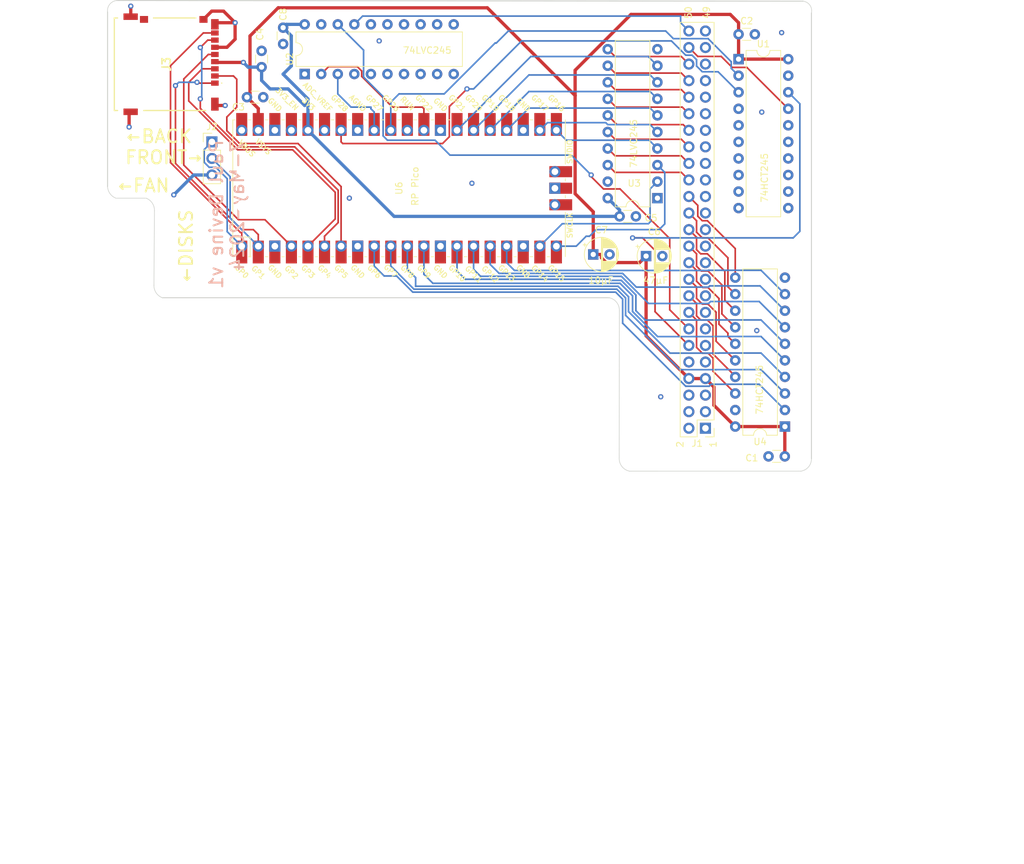
<source format=kicad_pcb>
(kicad_pcb (version 20241229) (generator "pcbnew") (generator_version "9.0")
  (layers (0 "F.Cu" signal) (4 "In1.Cu" signal) (6 "In2.Cu" signal) (2 "B.Cu" signal) (13 "F.Paste" user) (15 "B.Paste" user) (5 "F.SilkS" user "F.Silkscreen") (7 "B.SilkS" user "B.Silkscreen") (1 "F.Mask" user) (3 "B.Mask" user) (25 "Edge.Cuts" user))
  (net 0 "")
  (net 2 "GND")
  (net 3 "+3.3V")
  (net 4 "/VPA7")
  (net 6 "/VPB0")
  (net 7 "Net-(J1-CA2)")
  (net 8 "/VPA0")
  (net 9 "+5V")
  (net 10 "/VPB2")
  (net 11 "/VPA1")
  (net 14 "Net-(J1-CA1)")
  (net 15 "/VPB5")
  (net 16 "/VPB6")
  (net 17 "Net-(J1-CB1)")
  (net 19 "/VPA5")
  (net 20 "/VPB3")
  (net 21 "/VPA3")
  (net 23 "/VPA6")
  (net 24 "/VPB1")
  (net 25 "/VPA2")
  (net 27 "/VPB4")
  (net 28 "/VPA4")
  (net 29 "Net-(J1-CB2)")
  (net 31 "/VPB7")
  (net 32 "Net-(J3-CLK)")
  (net 33 "Net-(J2-Pin_2)")
  (net 34 "Net-(J3-CMD)")
  (net 35 "Net-(J3-CD{slash}DAT3)")
  (net 36 "Net-(J2-Pin_1)")
  (net 37 "Net-(J3-DAT0)")
  (net 39 "Net-(U1-A0)")
  (net 44 "/RPA4")
  (net 45 "/RPA0")
  (net 46 "/RPA1")
  (net 48 "Net-(U1-A1)")
  (net 49 "/RPA5")
  (net 50 "/RPA7")
  (net 51 "/RPA3")
  (net 52 "/RPA6")
  (net 53 "/RPA2")
  (net 59 "Net-(U2-A0)")
  (net 61 "Net-(U2-A1)")
  (net 62 "/RPB2")
  (net 63 "/RPB3")
  (net 64 "/RPB5")
  (net 65 "/RPB7")
  (net 66 "/RPB6")
  (net 67 "/RPB1")
  (net 68 "/RPB4")
  (net 69 "/RPB0")
  (footprint "Capacitor_THT:C_Disc_D3.0mm_W1.6mm_P2.50mm" (layer "F.Cu") (at 152.186 76.2)
    (property "Reference" "C3")
    (property "Value" "0.1µF")
  )
  (footprint "Capacitor_THT:C_Disc_D3.0mm_W1.6mm_P2.50mm" (layer "F.Cu") (at 154.432 71.588 90)
    (property "Reference" "C4")
    (property "Value" "0.1µF")
  )
  (footprint "Capacitor_THT:CP_Radial_D5.0mm_P2.50mm" (layer "F.Cu") (at 213.4 100.584)
    (property "Reference" "C6")
    (property "Value" "47µF")
  )
  (footprint "Connector:MSD9A" (layer "F.Cu") (at 139.848 71.142 -90)
    (property "Reference" "J3")
    (property "Value" "MSD-9-A" (hide yes))
  )
  (footprint "Capacitor_THT:C_Disc_D3.0mm_W1.6mm_P2.50mm" (layer "F.Cu") (at 234.676 131.318 180)
    (property "Reference" "C1")
    (property "Value" "0.1µF")
  )
  (footprint "Package_DIP:DIP-20_W7.62mm" (layer "F.Cu") (at 215.138 91.694 180)
    (property "Reference" "U3")
    (property "Value" "74LVC245")
  )
  (footprint "Connector_PinHeader_2.54mm:PinHeader_2x25_P2.54mm_Vertical" (layer "F.Cu") (at 222.504 127 180)
    (property "Reference" "J1")
    (property "Value" "Victor9K_User_Port")
  )
  (footprint "Capacitor_THT:CP_Radial_D5.0mm_P2.50mm" (layer "F.Cu") (at 205.296888 100.33)
    (property "Reference" "C7")
    (property "Value" "10µF")
  )
  (footprint "Package_DIP:DIP-20_W7.62mm" (layer "F.Cu") (at 227.584 70.358)
    (property "Reference" "U1")
    (property "Value" "74HCT245")
  )
  (footprint "Capacitor_THT:C_Disc_D3.0mm_W1.6mm_P2.50mm" (layer "F.Cu") (at 227.584 66.548)
    (property "Reference" "C2")
    (property "Value" "0.1µF")
  )
  (footprint "Connector_PinHeader_2.54mm:PinHeader_1x03_P2.54mm_Vertical" (layer "F.Cu") (at 146.812 83.058)
    (property "Reference" "J2")
    (property "Value" "UART")
  )
  (footprint "MCU_RaspberryPi_and_Boards:RPi_Pico_SMD_TH" (layer "F.Cu") (at 175.514 90.17 90)
    (property "Reference" "U6")
    (property "Value" "Pico")
  )
  (footprint "Capacitor_THT:C_Disc_D3.0mm_W1.6mm_P2.50mm" (layer "F.Cu") (at 209.336 94.488)
    (property "Reference" "C5")
    (property "Value" "0.1µF")
  )
  (footprint "Package_DIP:DIP-20_W7.62mm" (layer "F.Cu") (at 234.696 126.746 180)
    (property "Reference" "U4")
    (property "Value" "74HCT245")
  )
  (footprint "Capacitor_THT:C_Disc_D3.0mm_W1.6mm_P2.50mm" (layer "F.Cu") (at 157.734 65.532 -90)
    (property "Reference" "C8")
    (property "Value" "0.1µF")
  )
  (footprint "Package_DIP:DIP-20_W7.62mm" (layer "F.Cu") (at 161.036 72.644 90)
    (property "Reference" "U2")
    (property "Value" "74LVC245")
  )
  (gr_line (start 132.230899 61.359797) (end 237.49 61.468) (stroke (width 0.15)) (layer "Edge.Cuts"))
  (gr_line (start 132.08 91.694) (end 136.72916 91.694) (stroke (width 0.1)) (layer "Edge.Cuts"))
  (gr_arc (start 130.810001 63.13321) (mid 131.140449 61.942038) (end 132.230899 61.359797) (stroke (width 0.1)) (layer "Edge.Cuts"))
  (gr_arc (start 136.72916 91.697457) (mid 137.668 92.456) (end 137.999152 93.616667) (stroke (width 0.1)) (layer "Edge.Cuts"))
  (gr_arc (start 210.859156 133.586084) (mid 209.695324 132.871651) (end 209.278457 131.571213) (stroke (width 0.1)) (layer "Edge.Cuts"))
  (gr_arc (start 139.192 106.9698) (mid 138.25316 106.211257) (end 137.922 105.05059) (stroke (width 0.1)) (layer "Edge.Cuts"))
  (gr_arc (start 132.08 91.694) (mid 131.14116 90.935457) (end 130.81 89.77479) (stroke (width 0.1)) (layer "Edge.Cuts"))
  (gr_arc (start 207.732844 106.969831) (mid 208.883919 107.678571) (end 209.296 108.966) (stroke (width 0.1)) (layer "Edge.Cuts"))
  (gr_line (start 207.732844 106.969831) (end 139.192 106.9698) (stroke (width 0.15)) (layer "Edge.Cuts"))
  (gr_line (start 238.76 63.291146) (end 238.76 131.67069) (stroke (width 0.15)) (layer "Edge.Cuts"))
  (gr_line (start 210.859156 133.586084) (end 237.153611 133.584214) (stroke (width 0.1)) (layer "Edge.Cuts"))
  (gr_line (start 137.922 105.05059) (end 137.99916 93.616667) (stroke (width 0.1)) (layer "Edge.Cuts"))
  (gr_line (start 130.81 89.916) (end 130.81 63.13321) (stroke (width 0.15)) (layer "Edge.Cuts"))
  (gr_arc (start 238.76 131.67069) (mid 238.316338 132.929277) (end 237.153611 133.584214) (stroke (width 0.1)) (layer "Edge.Cuts"))
  (gr_arc (start 237.49 61.468) (mid 238.532648 62.095606) (end 238.76 63.291146) (stroke (width 0.1)) (layer "Edge.Cuts"))
  (gr_line (start 209.296 108.966) (end 209.278457 131.571213) (stroke (width 0.1)) (layer "Edge.Cuts"))
  (gr_text "74HCT245" (at 231.394 124.968 90) (layer "F.SilkS") (effects (font (size 1 1)) (justify left bottom)))
  (gr_text "2" (at 219.202 130.048 90) (layer "F.SilkS") (effects (font (size 1 1)) (justify left bottom)))
  (gr_text "47µF" (at 212.852 104.902 0) (layer "F.SilkS") (effects (font (size 1 1)) (justify left bottom)))
  (gr_text "←FAN" (at 132.08 90.932 0) (layer "F.SilkS") (effects (font (size 2 2) (thickness 0.3)) (justify left bottom)))
  (gr_text "1" (at 224.282 130.048 90) (layer "F.SilkS") (effects (font (size 1 1)) (justify left bottom)))
  (gr_text "←BACK \nFRONT→    " (at 133.35 83.82 0) (layer "F.SilkS") (effects (font (size 2 2) (thickness 0.3)) (justify left)))
  (gr_text "49" (at 223.266 64.262 90) (layer "F.SilkS") (effects (font (size 1 1)) (justify left bottom)))
  (gr_text "74LVC245" (at 176.022 69.596 0) (layer "F.SilkS") (effects (font (size 1 1)) (justify left bottom)))
  (gr_text "74HCT245" (at 232.156 92.456 90) (layer "F.SilkS") (effects (font (size 1 1)) (justify left bottom)))
  (gr_text "←DISKS" (at 144.018 104.902 90) (layer "F.SilkS") (effects (font (size 2 2) (thickness 0.3)) (justify left bottom)))
  (gr_text "RP Pico" (at 178.562 92.964 90) (layer "F.SilkS") (effects (font (size 1 1)) (justify left bottom)))
  (gr_text "10µF" (at 204.47 104.902 0) (layer "F.SilkS") (effects (font (size 1 1)) (justify left bottom)))
  (gr_text "50" (at 220.472 64.262 90) (layer "F.SilkS") (effects (font (size 1 1)) (justify left bottom)))
  (gr_text "74LVC245" (at 212.09 87.122 90) (layer "F.SilkS") (effects (font (size 1 1)) (justify left bottom)))
  (gr_text "Paul Devine v1\n7-May-2024" (at 149.098 82.55 90) (layer "B.SilkS") (effects (font (size 2 2) (thickness 0.3)) (justify left mirror)))
  (segment (start 147.515 64.77) (end 147.268 65.017) (width 0.5) (layer "F.Cu") (net 2))
  (segment (start 150.368 64.77) (end 148.59 62.992) (width 0.5) (layer "F.Cu") (net 2))
  (segment (start 147.471 77.47) (end 147.268 77.267) (width 0.5) (layer "F.Cu") (net 2))
  (segment (start 150.368 64.77) (end 147.515 64.77) (width 0.5) (layer "F.Cu") (net 2))
  (segment (start 146.788 62.992) (end 145.518 64.262) (width 0.5) (layer "F.Cu") (net 2))
  (segment (start 148.844 77.47) (end 147.471 77.47) (width 0.5) (layer "F.Cu") (net 2))
  (segment (start 134.112 80.772) (end 134.112 78.678) (width 0.5) (layer "F.Cu") (net 2))
  (segment (start 148.59 62.992) (end 146.788 62.992) (width 0.5) (layer "F.Cu") (net 2))
  (segment (start 150.368 67.293173) (end 149.119173 68.542) (width 0.5) (layer "F.Cu") (net 2))
  (segment (start 150.368 64.77) (end 150.368 67.293173) (width 0.5) (layer "F.Cu") (net 2))
  (segment (start 149.119173 68.542) (end 147.268 68.542) (width 0.5) (layer "F.Cu") (net 2))
  (segment (start 134.112 78.678) (end 134.348 78.442) (width 0.5) (layer "F.Cu") (net 2))
  (segment (start 134.366 63.824) (end 134.348 63.842) (width 0.5) (layer "F.Cu") (net 2))
  (segment (start 134.366 62.23) (end 134.366 63.824) (width 0.5) (layer "F.Cu") (net 2))
  (via (at 140.97 91.186) (size 0.8) (drill 0.4) (layers "F.Cu" "B.Cu") (net 2))
  (via (at 167.894 91.694) (size 0.8) (drill 0.4) (layers "F.Cu" "B.Cu") (net 2))
  (via (at 148.844 77.47) (size 0.8) (drill 0.4) (layers "F.Cu" "B.Cu") (net 2))
  (via (at 134.366 62.23) (size 0.8) (drill 0.4) (layers "F.Cu" "B.Cu") (net 2))
  (via (at 186.69 89.408) (size 0.8) (drill 0.4) (layers "F.Cu" "B.Cu") (net 2))
  (via (at 215.646 122.174) (size 0.8) (drill 0.4) (layers "F.Cu" "B.Cu") (net 2))
  (via (at 231.14 78.486) (size 0.8) (drill 0.4) (layers "F.Cu" "B.Cu") (net 2))
  (via (at 172.466 67.564) (size 0.8) (drill 0.4) (layers "F.Cu" "B.Cu") (net 2))
  (via (at 230.378 112.014) (size 0.8) (drill 0.4) (layers "F.Cu" "B.Cu") (net 2))
  (via (at 150.368 64.77) (size 0.8) (drill 0.4) (layers "F.Cu" "B.Cu") (net 2))
  (via (at 134.112 80.772) (size 0.8) (drill 0.4) (layers "F.Cu" "B.Cu") (net 2))
  (via (at 234.188 66.294) (size 0.8) (drill 0.4) (layers "F.Cu" "B.Cu") (net 2))
  (segment (start 146.812 88.138) (end 144.018 88.138) (width 0.5) (layer "B.Cu") (net 2))
  (segment (start 144.018 88.138) (end 140.97 91.186) (width 0.5) (layer "B.Cu") (net 2))
  (segment (start 147.392 70.866) (end 151.638 70.866) (width 0.5) (layer "F.Cu") (net 3))
  (segment (start 147.268 70.742) (end 147.392 70.866) (width 0.5) (layer "F.Cu") (net 3))
  (via (at 151.638 70.866) (size 0.8) (drill 0.4) (layers "F.Cu" "B.Cu") (net 3))
  (segment (start 161.544 76.474) (end 157.734 72.664) (width 0.5) (layer "B.Cu") (net 3))
  (segment (start 158.242 65.024) (end 161.036 65.024) (width 0.5) (layer "B.Cu") (net 3))
  (segment (start 161.544 76.962) (end 161.036 77.47) (width 0.5) (layer "B.Cu") (net 3))
  (segment (start 158.984 71.414) (end 158.984 66.782) (width 0.5) (layer "B.Cu") (net 3))
  (segment (start 161.544 81.28) (end 174.752 94.488) (width 0.5) (layer "B.Cu") (net 3))
  (segment (start 154.432 71.588) (end 152.36 71.588) (width 0.5) (layer "B.Cu") (net 3))
  (segment (start 155.732233 74.93) (end 154.432 73.629767) (width 0.5) (layer "B.Cu") (net 3))
  (segment (start 174.752 94.488) (end 209.336 94.488) (width 0.5) (layer "B.Cu") (net 3))
  (segment (start 157.734 72.664) (end 158.984 71.414) (width 0.5) (layer "B.Cu") (net 3))
  (segment (start 152.36 71.588) (end 151.638 70.866) (width 0.5) (layer "B.Cu") (net 3))
  (segment (start 158.984 66.782) (end 157.734 65.532) (width 0.5) (layer "B.Cu") (net 3))
  (segment (start 161.544 81.28) (end 161.544 76.962) (width 0.5) (layer "B.Cu") (net 3))
  (segment (start 158.496 74.93) (end 155.732233 74.93) (width 0.5) (layer "B.Cu") (net 3))
  (segment (start 161.544 76.962) (end 161.544 76.474) (width 0.5) (layer "B.Cu") (net 3))
  (segment (start 154.432 73.629767) (end 154.432 71.588) (width 0.5) (layer "B.Cu") (net 3))
  (segment (start 161.036 77.47) (end 158.496 74.93) (width 0.5) (layer "B.Cu") (net 3))
  (segment (start 209.336 93.512) (end 207.518 91.694) (width 0.5) (layer "B.Cu") (net 3))
  (segment (start 157.734 65.532) (end 158.242 65.024) (width 0.5) (layer "B.Cu") (net 3))
  (segment (start 209.336 94.488) (end 209.336 93.512) (width 0.5) (layer "B.Cu") (net 3))
  (segment (start 227.076 99.430299) (end 222.800701 95.155) (width 0.25) (layer "F.Cu") (net 4))
  (segment (start 222.017299 95.155) (end 221.329 94.466701) (width 0.25) (layer "F.Cu") (net 4))
  (segment (start 222.800701 95.155) (end 222.017299 95.155) (width 0.25) (layer "F.Cu") (net 4))
  (segment (start 221.329 92.805) (end 219.964 91.44) (width 0.25) (layer "F.Cu") (net 4))
  (segment (start 221.329 94.466701) (end 221.329 92.805) (width 0.25) (layer "F.Cu") (net 4))
  (segment (start 227.076 103.886) (end 227.076 99.430299) (width 0.25) (layer "F.Cu") (net 4))
  (segment (start 208.643 87.739) (end 218.803 87.739) (width 0.25) (layer "F.Cu") (net 6))
  (segment (start 207.518 86.614) (end 208.643 87.739) (width 0.25) (layer "F.Cu") (net 6))
  (segment (start 218.803 87.739) (end 219.964 88.9) (width 0.25) (layer "F.Cu") (net 6))
  (segment (start 206.865 90.279) (end 204.978 88.392) (width 0.25) (layer "F.Cu") (net 7))
  (segment (start 219.964 111.76) (end 217.025 108.821) (width 0.25) (layer "F.Cu") (net 7))
  (segment (start 217.025 108.821) (end 217.025 97.899) (width 0.25) (layer "F.Cu") (net 7))
  (segment (start 217.025 97.899) (end 209.405 90.279) (width 0.25) (layer "F.Cu") (net 7))
  (segment (start 209.405 90.279) (end 206.865 90.279) (width 0.25) (layer "F.Cu") (net 7))
  (segment (start 204.978 88.392) (end 204.978 88.138) (width 0.25) (layer "F.Cu") (net 7))
  (via (at 204.978 88.138) (size 0.8) (drill 0.4) (layers "F.Cu" "B.Cu") (net 7))
  (segment (start 173.069 76.107991) (end 170.071 73.109991) (width 0.25) (layer "B.Cu") (net 7))
  (segment (start 170.071 68.979) (end 166.116 65.024) (width 0.25) (layer "B.Cu") (net 7))
  (segment (start 181.038 82.804) (end 173.736 82.804) (width 0.25) (layer "B.Cu") (net 7))
  (segment (start 173.736 82.804) (end 173.069 82.137) (width 0.25) (layer "B.Cu") (net 7))
  (segment (start 201.93 85.09) (end 183.324 85.09) (width 0.25) (layer "B.Cu") (net 7))
  (segment (start 170.071 73.109991) (end 170.071 68.979) (width 0.25) (layer "B.Cu") (net 7))
  (segment (start 204.978 88.138) (end 201.93 85.09) (width 0.25) (layer "B.Cu") (net 7))
  (segment (start 173.069 82.137) (end 173.069 76.107991) (width 0.25) (layer "B.Cu") (net 7))
  (segment (start 183.324 85.09) (end 181.038 82.804) (width 0.25) (layer "B.Cu") (net 7))
  (segment (start 223.679 118.269) (end 223.679 116.258299) (width 0.25) (layer "F.Cu") (net 8))
  (segment (start 221.139 114.596701) (end 221.139 110.395) (width 0.25) (layer "F.Cu") (net 8))
  (segment (start 221.139 110.395) (end 219.964 109.22) (width 0.25) (layer "F.Cu") (net 8))
  (segment (start 222.895701 115.475) (end 222.017299 115.475) (width 0.25) (layer "F.Cu") (net 8))
  (segment (start 227.076 121.666) (end 223.679 118.269) (width 0.25) (layer "F.Cu") (net 8))
  (segment (start 223.679 116.258299) (end 222.895701 115.475) (width 0.25) (layer "F.Cu") (net 8))
  (segment (start 222.017299 115.475) (end 221.139 114.596701) (width 0.25) (layer "F.Cu") (net 8))
  (segment (start 202.514 75.946) (end 202.514 91.008) (width 0.5) (layer "F.Cu") (net 9))
  (segment (start 202.514 75.946) (end 189.052 62.484) (width 0.5) (layer "F.Cu") (net 9))
  (segment (start 156.972 62.484) (end 152.654 66.802) (width 0.5) (layer "F.Cu") (net 9))
  (segment (start 189.052 62.484) (end 156.972 62.484) (width 0.5) (layer "F.Cu") (net 9))
  (segment (start 205.296888 93.790888) (end 205.296888 100.33) (width 0.5) (layer "F.Cu") (net 9))
  (segment (start 234.676 126.766) (end 234.696 126.746) (width 0.5) (layer "F.Cu") (net 9))
  (segment (start 153.924 77.938) (end 153.924 81.28) (width 0.5) (layer "F.Cu") (net 9))
  (segment (start 227.584 70.358) (end 235.204 70.358) (width 0.5) (layer "F.Cu") (net 9))
  (segment (start 211.084233 63.5) (end 226.314 63.5) (width 0.5) (layer "F.Cu") (net 9))
  (segment (start 152.186 76.2) (end 153.924 77.938) (width 0.5) (layer "F.Cu") (net 9))
  (segment (start 212.404 101.58) (end 213.4 100.584) (width 0.5) (layer "F.Cu") (net 9))
  (segment (start 222.504 119.38) (end 219.964 119.38) (width 0.5) (layer "F.Cu") (net 9))
  (segment (start 226.314 63.5) (end 227.584 64.77) (width 0.5) (layer "F.Cu") (net 9))
  (segment (start 223.804 120.68) (end 223.804 123.474) (width 0.5) (layer "F.Cu") (net 9))
  (segment (start 223.804 123.474) (end 227.076 126.746) (width 0.5) (layer "F.Cu") (net 9))
  (segment (start 152.654 66.802) (end 152.654 75.732) (width 0.5) (layer "F.Cu") (net 9))
  (segment (start 234.696 126.746) (end 227.076 126.746) (width 0.5) (layer "F.Cu") (net 9))
  (segment (start 202.514 72.070233) (end 211.084233 63.5) (width 0.5) (layer "F.Cu") (net 9))
  (segment (start 206.546888 100.847767) (end 207.279121 101.58) (width 0.5) (layer "F.Cu") (net 9))
  (segment (start 213.4 112.816) (end 213.4 100.584) (width 0.5) (layer "F.Cu") (net 9))
  (segment (start 227.584 66.548) (end 227.584 70.358) (width 0.5) (layer "F.Cu") (net 9))
  (segment (start 222.504 119.38) (end 223.804 120.68) (width 0.5) (layer "F.Cu") (net 9))
  (segment (start 206.546888 100.33) (end 206.546888 100.847767) (width 0.5) (layer "F.Cu") (net 9))
  (segment (start 202.514 91.008) (end 205.296888 93.790888) (width 0.5) (layer "F.Cu") (net 9))
  (segment (start 207.279121 101.58) (end 212.404 101.58) (width 0.5) (layer "F.Cu") (net 9))
  (segment (start 202.514 75.946) (end 202.514 72.070233) (width 0.5) (layer "F.Cu") (net 9))
  (segment (start 227.584 64.77) (end 227.584 66.548) (width 0.5) (layer "F.Cu") (net 9))
  (segment (start 219.964 119.38) (end 213.4 112.816) (width 0.5) (layer "F.Cu") (net 9))
  (segment (start 152.654 75.732) (end 152.186 76.2) (width 0.5) (layer "F.Cu") (net 9))
  (segment (start 205.296888 100.33) (end 206.546888 100.33) (width 0.5) (layer "F.Cu") (net 9))
  (segment (start 234.676 131.318) (end 234.676 126.766) (width 0.5) (layer "F.Cu") (net 9))
  (segment (start 207.518 81.534) (end 208.643 82.659) (width 0.25) (layer "F.Cu") (net 10))
  (segment (start 208.643 82.659) (end 218.803 82.659) (width 0.25) (layer "F.Cu") (net 10))
  (segment (start 218.803 82.659) (end 219.964 83.82) (width 0.25) (layer "F.Cu") (net 10))
  (segment (start 221.775396 110.395) (end 221.139 109.758604) (width 0.25) (layer "F.Cu") (net 11))
  (segment (start 223.679 111.273299) (end 222.800701 110.395) (width 0.25) (layer "F.Cu") (net 11))
  (segment (start 221.139 109.758604) (end 221.139 107.855) (width 0.25) (layer "F.Cu") (net 11))
  (segment (start 223.679 115.621903) (end 223.679 111.273299) (width 0.25) (layer "F.Cu") (net 11))
  (segment (start 221.139 107.855) (end 219.964 106.68) (width 0.25) (layer "F.Cu") (net 11))
  (segment (start 227.076 119.126) (end 227.076 119.018903) (width 0.25) (layer "F.Cu") (net 11))
  (segment (start 227.076 119.018903) (end 223.679 115.621903) (width 0.25) (layer "F.Cu") (net 11))
  (segment (start 222.800701 110.395) (end 221.775396 110.395) (width 0.25) (layer "F.Cu") (net 11))
  (segment (start 211.328 97.79) (end 211.582 97.79) (width 0.25) (layer "F.Cu") (net 14))
  (segment (start 212.856 97.79) (end 211.328 97.79) (width 0.25) (layer "F.Cu") (net 14))
  (segment (start 219.964 114.3) (end 214.775 109.111) (width 0.25) (layer "F.Cu") (net 14))
  (segment (start 214.775 109.111) (end 214.775 99.709) (width 0.25) (layer "F.Cu") (net 14))
  (segment (start 214.775 99.709) (end 212.856 97.79) (width 0.25) (layer "F.Cu") (net 14))
  (via (at 211.328 97.79) (size 0.8) (drill 0.4) (layers "F.Cu" "B.Cu") (net 14))
  (segment (start 211.328 97.79) (end 235.966 97.79) (width 0.25) (layer "B.Cu") (net 14))
  (segment (start 235.966 97.79) (end 236.982 96.774) (width 0.25) (layer "B.Cu") (net 14))
  (segment (start 236.982 96.774) (end 236.982 77.216) (width 0.25) (layer "B.Cu") (net 14))
  (segment (start 236.982 77.216) (end 235.204 75.438) (width 0.25) (layer "B.Cu") (net 14))
  (segment (start 207.518 73.914) (end 208.643 75.039) (width 0.25) (layer "F.Cu") (net 15))
  (segment (start 218.803 75.039) (end 219.964 76.2) (width 0.25) (layer "F.Cu") (net 15))
  (segment (start 208.643 75.039) (end 218.803 75.039) (width 0.25) (layer "F.Cu") (net 15))
  (segment (start 208.643 72.499) (end 218.803 72.499) (width 0.25) (layer "F.Cu") (net 16))
  (segment (start 207.518 71.374) (end 208.643 72.499) (width 0.25) (layer "F.Cu") (net 16))
  (segment (start 218.803 72.499) (end 219.964 73.66) (width 0.25) (layer "F.Cu") (net 16))
  (segment (start 226.604 71.628) (end 228.854 71.628) (width 0.25) (layer "F.Cu") (net 17))
  (segment (start 219.964 68.58) (end 221.329 69.945) (width 0.25) (layer "F.Cu") (net 17))
  (segment (start 224.921 69.945) (end 226.604 71.628) (width 0.25) (layer "F.Cu") (net 17))
  (segment (start 228.854 71.628) (end 235.204 77.978) (width 0.25) (layer "F.Cu") (net 17))
  (segment (start 221.329 69.945) (end 224.921 69.945) (width 0.25) (layer "F.Cu") (net 17))
  (segment (start 221.139 99.598604) (end 221.139 97.695) (width 0.25) (layer "F.Cu") (net 19))
  (segment (start 227.076 108.966) (end 225.479 107.369) (width 0.25) (layer "F.Cu") (net 19))
  (segment (start 222.800701 100.235) (end 221.775396 100.235) (width 0.25) (layer "F.Cu") (net 19))
  (segment (start 225.479 102.913299) (end 222.800701 100.235) (width 0.25) (layer "F.Cu") (net 19))
  (segment (start 221.139 97.695) (end 219.964 96.52) (width 0.25) (layer "F.Cu") (net 19))
  (segment (start 221.775396 100.235) (end 221.139 99.598604) (width 0.25) (layer "F.Cu") (net 19))
  (segment (start 225.479 107.369) (end 225.479 102.913299) (width 0.25) (layer "F.Cu") (net 19))
  (segment (start 207.518 78.994) (end 208.933 80.409) (width 0.25) (layer "F.Cu") (net 20))
  (segment (start 219.093 80.409) (end 219.964 81.28) (width 0.25) (layer "F.Cu") (net 20))
  (segment (start 208.933 80.409) (end 219.093 80.409) (width 0.25) (layer "F.Cu") (net 20))
  (segment (start 225.951 112.921) (end 225.951 112.413) (width 0.25) (layer "F.Cu") (net 21))
  (segment (start 227.076 114.046) (end 225.951 112.921) (width 0.25) (layer "F.Cu") (net 21))
  (segment (start 225.951 112.413) (end 224.579 111.041) (width 0.25) (layer "F.Cu") (net 21))
  (segment (start 222.895701 105.41) (end 222.112299 105.41) (width 0.25) (layer "F.Cu") (net 21))
  (segment (start 221.139 102.775) (end 219.964 101.6) (width 0.25) (layer "F.Cu") (net 21))
  (segment (start 224.579 111.041) (end 224.579 107.093299) (width 0.25) (layer "F.Cu") (net 21))
  (segment (start 222.112299 105.41) (end 221.139 104.436701) (width 0.25) (layer "F.Cu") (net 21))
  (segment (start 224.579 107.093299) (end 222.895701 105.41) (width 0.25) (layer "F.Cu") (net 21))
  (segment (start 221.139 104.436701) (end 221.139 102.775) (width 0.25) (layer "F.Cu") (net 21))
  (segment (start 227.076 106.426) (end 225.951 105.301) (width 0.25) (layer "F.Cu") (net 23))
  (segment (start 221.139 95.155) (end 219.964 93.98) (width 0.25) (layer "F.Cu") (net 23))
  (segment (start 225.951 100.845299) (end 222.895701 97.79) (width 0.25) (layer "F.Cu") (net 23))
  (segment (start 221.139 96.911701) (end 221.139 95.155) (width 0.25) (layer "F.Cu") (net 23))
  (segment (start 222.895701 97.79) (end 222.017299 97.79) (width 0.25) (layer "F.Cu") (net 23))
  (segment (start 222.017299 97.79) (end 221.139 96.911701) (width 0.25) (layer "F.Cu") (net 23))
  (segment (start 225.951 105.301) (end 225.951 100.845299) (width 0.25) (layer "F.Cu") (net 23))
  (segment (start 218.803 85.199) (end 219.964 86.36) (width 0.25) (layer "F.Cu") (net 24))
  (segment (start 208.643 85.199) (end 218.803 85.199) (width 0.25) (layer "F.Cu") (net 24))
  (segment (start 207.518 84.074) (end 208.643 85.199) (width 0.25) (layer "F.Cu") (net 24))
  (segment (start 221.139 105.315) (end 219.964 104.14) (width 0.25) (layer "F.Cu") (net 25))
  (segment (start 221.139 107.071701) (end 221.139 105.315) (width 0.25) (layer "F.Cu") (net 25))
  (segment (start 227.076 116.586) (end 224.129 113.639) (width 0.25) (layer "F.Cu") (net 25))
  (segment (start 222.017299 107.95) (end 221.139 107.071701) (width 0.25) (layer "F.Cu") (net 25))
  (segment (start 222.895701 107.95) (end 222.017299 107.95) (width 0.25) (layer "F.Cu") (net 25))
  (segment (start 224.129 113.639) (end 224.129 109.183299) (width 0.25) (layer "F.Cu") (net 25))
  (segment (start 224.129 109.183299) (end 222.895701 107.95) (width 0.25) (layer "F.Cu") (net 25))
  (segment (start 207.518 76.454) (end 208.788 77.724) (width 0.25) (layer "F.Cu") (net 27))
  (segment (start 208.788 77.724) (end 218.948 77.724) (width 0.25) (layer "F.Cu") (net 27))
  (segment (start 218.948 77.724) (end 219.964 78.74) (width 0.25) (layer "F.Cu") (net 27))
  (segment (start 221.139 100.235) (end 219.964 99.06) (width 0.25) (layer "F.Cu") (net 28))
  (segment (start 221.870396 102.87) (end 221.139 102.138604) (width 0.25) (layer "F.Cu") (net 28))
  (segment (start 225.029 105.003299) (end 222.895701 102.87) (width 0.25) (layer "F.Cu") (net 28))
  (segment (start 227.076 111.506) (end 225.029 109.459) (width 0.25) (layer "F.Cu") (net 28))
  (segment (start 221.139 102.138604) (end 221.139 100.235) (width 0.25) (layer "F.Cu") (net 28))
  (segment (start 222.895701 102.87) (end 221.870396 102.87) (width 0.25) (layer "F.Cu") (net 28))
  (segment (start 225.029 109.459) (end 225.029 105.003299) (width 0.25) (layer "F.Cu") (net 28))
  (segment (start 169.926 63.754) (end 168.656 65.024) (width 0.25) (layer "B.Cu") (net 29))
  (segment (start 218.694 64.77) (end 218.694 63.754) (width 0.25) (layer "B.Cu") (net 29))
  (segment (start 219.964 66.04) (end 218.694 64.77) (width 0.25) (layer "B.Cu") (net 29))
  (segment (start 218.694 63.754) (end 169.926 63.754) (width 0.25) (layer "B.Cu") (net 29))
  (segment (start 208.643 69.959) (end 218.803 69.959) (width 0.25) (layer "F.Cu") (net 31))
  (segment (start 207.518 68.834) (end 208.643 69.959) (width 0.25) (layer "F.Cu") (net 31))
  (segment (start 218.803 69.959) (end 219.964 71.12) (width 0.25) (layer "F.Cu") (net 31))
  (segment (start 154.94 94.996) (end 150.876 94.996) (width 0.25) (layer "F.Cu") (net 32))
  (segment (start 142.494 73.406) (end 146.258 69.642) (width 0.25) (layer "F.Cu") (net 32))
  (segment (start 142.494 86.614) (end 142.494 73.406) (width 0.25) (layer "F.Cu") (net 32))
  (segment (start 159.004 99.06) (end 154.94 94.996) (width 0.25) (layer "F.Cu") (net 32))
  (segment (start 146.258 69.642) (end 147.268 69.642) (width 0.25) (layer "F.Cu") (net 32))
  (segment (start 150.876 94.996) (end 142.494 86.614) (width 0.25) (layer "F.Cu") (net 32))
  (segment (start 151.384 96.52) (end 153.162 96.52) (width 0.25) (layer "F.Cu") (net 33))
  (segment (start 144.526 73.914) (end 144.654 74.042) (width 0.25) (layer "F.Cu") (net 33))
  (segment (start 141.224 74.422) (end 141.224 86.36) (width 0.25) (layer "F.Cu") (net 33))
  (segment (start 141.224 86.36) (end 151.384 96.52) (width 0.25) (layer "F.Cu") (net 33))
  (segment (start 153.924 97.282) (end 153.924 99.06) (width 0.25) (layer "F.Cu") (net 33))
  (segment (start 153.162 96.52) (end 153.924 97.282) (width 0.25) (layer "F.Cu") (net 33))
  (segment (start 144.654 74.042) (end 147.268 74.042) (width 0.25) (layer "F.Cu") (net 33))
  (via (at 141.224 74.422) (size 0.8) (drill 0.4) (layers "F.Cu" "B.Cu") (net 33))
  (via (at 144.526 73.914) (size 0.8) (drill 0.4) (layers "F.Cu" "B.Cu") (net 33))
  (segment (start 146.812 85.598) (end 149.606 88.392) (width 0.25) (layer "B.Cu") (net 33))
  (segment (start 149.606 88.392) (end 149.606 94.742) (width 0.25) (layer "B.Cu") (net 33))
  (segment (start 149.606 94.742) (end 153.924 99.06) (width 0.25) (layer "B.Cu") (net 33))
  (segment (start 141.732 73.914) (end 144.526 73.914) (width 0.25) (layer "B.Cu") (net 33))
  (segment (start 141.224 74.422) (end 141.732 73.914) (width 0.25) (layer "B.Cu") (net 33))
  (segment (start 165.724 90.796792) (end 159.197208 84.27) (width 0.25) (layer "F.Cu") (net 34))
  (segment (start 150.751208 84.27) (end 143.256 76.774792) (width 0.25) (layer "F.Cu") (net 34))
  (segment (start 159.197208 84.27) (end 150.751208 84.27) (width 0.25) (layer "F.Cu") (net 34))
  (segment (start 143.256 73.914) (end 145.328 71.842) (width 0.25) (layer "F.Cu") (net 34))
  (segment (start 143.256 76.774792) (end 143.256 73.914) (width 0.25) (layer "F.Cu") (net 34))
  (segment (start 165.724 94.88) (end 165.724 90.796792) (width 0.25) (layer "F.Cu") (net 34))
  (segment (start 161.544 99.06) (end 165.724 94.88) (width 0.25) (layer "F.Cu") (net 34))
  (segment (start 145.328 71.842) (end 147.268 71.842) (width 0.25) (layer "F.Cu") (net 34))
  (segment (start 150.622 77.724) (end 150.622 73.45) (width 0.25) (layer "F.Cu") (net 35))
  (segment (start 150.622 73.45) (end 150.114 72.942) (width 0.25) (layer "F.Cu") (net 35))
  (segment (start 151.066 83.312) (end 149.098 81.344) (width 0.25) (layer "F.Cu") (net 35))
  (segment (start 149.098 81.344) (end 149.098 79.248) (width 0.25) (layer "F.Cu") (net 35))
  (segment (start 160.02 83.312) (end 151.066 83.312) (width 0.25) (layer "F.Cu") (net 35))
  (segment (start 150.114 72.942) (end 147.268 72.942) (width 0.25) (layer "F.Cu") (net 35))
  (segment (start 149.098 79.248) (end 150.622 77.724) (width 0.25) (layer "F.Cu") (net 35))
  (segment (start 166.624 99.06) (end 166.624 89.916) (width 0.25) (layer "F.Cu") (net 35))
  (segment (start 166.624 89.916) (end 160.02 83.312) (width 0.25) (layer "F.Cu") (net 35))
  (segment (start 151.384 99.06) (end 151.384 96.97) (width 0.25) (layer "F.Cu") (net 36))
  (segment (start 140.462 71.374) (end 145.494 66.342) (width 0.25) (layer "F.Cu") (net 36))
  (segment (start 151.384 96.97) (end 151.197604 96.97) (width 0.25) (layer "F.Cu") (net 36))
  (segment (start 151.197604 96.97) (end 140.462 86.234396) (width 0.25) (layer "F.Cu") (net 36))
  (segment (start 140.462 86.234396) (end 140.462 71.374) (width 0.25) (layer "F.Cu") (net 36))
  (segment (start 145.494 66.342) (end 147.268 66.342) (width 0.25) (layer "F.Cu") (net 36))
  (segment (start 145.637 86.201) (end 146.399 86.963) (width 0.25) (layer "B.Cu") (net 36))
  (segment (start 147.415 86.963) (end 149.156 88.704) (width 0.25) (layer "B.Cu") (net 36))
  (segment (start 146.399 86.963) (end 147.415 86.963) (width 0.25) (layer "B.Cu") (net 36))
  (segment (start 145.637 84.233) (end 145.637 86.201) (width 0.25) (layer "B.Cu") (net 36))
  (segment (start 146.812 83.058) (end 145.637 84.233) (width 0.25) (layer "B.Cu") (net 36))
  (segment (start 149.156 88.704) (end 149.156 96.832) (width 0.25) (layer "B.Cu") (net 36))
  (segment (start 149.156 96.832) (end 151.384 99.06) (width 0.25) (layer "B.Cu") (net 36))
  (segment (start 159.512 83.82) (end 166.174 90.482) (width 0.25) (layer "F.Cu") (net 37))
  (segment (start 145.034 76.454) (end 145.034 77.916396) (width 0.25) (layer "F.Cu") (net 37))
  (segment (start 146.172 67.442) (end 147.268 67.442) (width 0.25) (layer "F.Cu") (net 37))
  (segment (start 145.034 68.58) (end 146.172 67.442) (width 0.25) (layer "F.Cu") (net 37))
  (segment (start 164.084 97.536) (end 164.084 99.06) (width 0.25) (layer "F.Cu") (net 37))
  (segment (start 166.174 95.446) (end 164.084 97.536) (width 0.25) (layer "F.Cu") (net 37))
  (segment (start 150.937604 83.82) (end 159.512 83.82) (width 0.25) (layer "F.Cu") (net 37))
  (segment (start 166.174 90.482) (end 166.174 95.446) (width 0.25) (layer "F.Cu") (net 37))
  (segment (start 145.034 77.916396) (end 150.937604 83.82) (width 0.25) (layer "F.Cu") (net 37))
  (via (at 145.034 68.58) (size 0.8) (drill 0.4) (layers "F.Cu" "B.Cu") (net 37))
  (via (at 145.034 76.454) (size 0.8) (drill 0.4) (layers "F.Cu" "B.Cu") (net 37))
  (segment (start 145.034 76.454) (end 145.251 76.237) (width 0.25) (layer "B.Cu") (net 37))
  (segment (start 145.251 76.237) (end 145.251 68.797) (width 0.25) (layer "B.Cu") (net 37))
  (segment (start 145.251 68.797) (end 145.034 68.58) (width 0.25) (layer "B.Cu") (net 37))
  (segment (start 174.244 76.962) (end 174.244 81.28) (width 0.25) (layer "B.Cu") (net 39))
  (segment (start 216.408 66.04) (end 192.278 66.04) (width 0.25) (layer "B.Cu") (net 39))
  (segment (start 217.583 67.215) (end 216.408 66.04) (width 0.25) (layer "B.Cu") (net 39))
  (segment (start 222.917 67.215) (end 217.583 67.215) (width 0.25) (layer "B.Cu") (net 39))
  (segment (start 182.438991 75.692) (end 175.514 75.692) (width 0.25) (layer "B.Cu") (net 39))
  (segment (start 192.278 66.04) (end 190.433009 67.884991) (width 0.25) (layer "B.Cu") (net 39))
  (segment (start 190.433009 67.884991) (end 190.246 67.884991) (width 0.25) (layer "B.Cu") (net 39))
  (segment (start 227.584 72.898) (end 226.459 71.773) (width 0.25) (layer "B.Cu") (net 39))
  (segment (start 226.459 71.773) (end 226.459 70.757) (width 0.25) (layer "B.Cu") (net 39))
  (segment (start 190.246 67.884991) (end 182.438991 75.692) (width 0.25) (layer "B.Cu") (net 39))
  (segment (start 175.514 75.692) (end 174.244 76.962) (width 0.25) (layer "B.Cu") (net 39))
  (segment (start 226.459 70.757) (end 222.917 67.215) (width 0.25) (layer "B.Cu") (net 39))
  (segment (start 184.404 102.87) (end 184.404 99.06) (width 0.25) (layer "B.Cu") (net 44))
  (segment (start 231.031 110.381) (end 223.004701 110.381) (width 0.25) (layer "B.Cu") (net 44))
  (segment (start 208.026 104.314) (end 207.852 104.14) (width 0.25) (layer "B.Cu") (net 44))
  (segment (start 209.598396 104.314) (end 208.026 104.314) (width 0.25) (layer "B.Cu") (net 44))
  (segment (start 207.852 104.14) (end 185.674 104.14) (width 0.25) (layer "B.Cu") (net 44))
  (segment (start 185.674 104.14) (end 184.404 102.87) (width 0.25) (layer "B.Cu") (net 44))
  (segment (start 211.836 106.551604) (end 209.598396 104.314) (width 0.25) (layer "B.Cu") (net 44))
  (segment (start 223.004701 110.381) (end 222.990701 110.395) (width 0.25) (layer "B.Cu") (net 44))
  (segment (start 213.267792 110.395) (end 211.836 108.963208) (width 0.25) (layer "B.Cu") (net 44))
  (segment (start 234.696 114.046) (end 231.031 110.381) (width 0.25) (layer "B.Cu") (net 44))
  (segment (start 222.990701 110.395) (end 213.267792 110.395) (width 0.25) (layer "B.Cu") (net 44))
  (segment (start 211.836 108.963208) (end 211.836 106.551604) (width 0.25) (layer "B.Cu") (net 44))
  (segment (start 175.131604 103.632) (end 173.228 103.632) (width 0.25) (layer "B.Cu") (net 45))
  (segment (start 208.73 106.114) (end 177.613604 106.114) (width 0.25) (layer "B.Cu") (net 45))
  (segment (start 223.374999 120.251) (end 223.070999 120.555) (width 0.25) (layer "B.Cu") (net 45))
  (segment (start 230.741 120.251) (end 223.374999 120.251) (width 0.25) (layer "B.Cu") (net 45))
  (segment (start 171.704 102.108) (end 171.704 99.06) (width 0.25) (layer "B.Cu") (net 45))
  (segment (start 209.804 107.188) (end 208.73 106.114) (width 0.25) (layer "B.Cu") (net 45))
  (segment (start 209.804 110.881701) (end 209.804 107.188) (width 0.25) (layer "B.Cu") (net 45))
  (segment (start 234.696 124.206) (end 230.741 120.251) (width 0.25) (layer "B.Cu") (net 45))
  (segment (start 223.070999 120.555) (end 219.477299 120.555) (width 0.25) (layer "B.Cu") (net 45))
  (segment (start 219.477299 120.555) (end 209.804 110.881701) (width 0.25) (layer "B.Cu") (net 45))
  (segment (start 177.613604 106.114) (end 175.131604 103.632) (width 0.25) (layer "B.Cu") (net 45))
  (segment (start 173.228 103.632) (end 171.704 102.108) (width 0.25) (layer "B.Cu") (net 45))
  (segment (start 224.158999 118.015) (end 218.599 118.015) (width 0.25) (layer "B.Cu") (net 46))
  (segment (start 174.244 102.108) (end 174.244 99.06) (width 0.25) (layer "B.Cu") (net 46))
  (segment (start 177.8 105.664) (end 174.244 102.108) (width 0.25) (layer "B.Cu") (net 46))
  (segment (start 218.599 118.015) (end 210.254 109.67) (width 0.25) (layer "B.Cu") (net 46))
  (segment (start 208.916396 105.664) (end 177.8 105.664) (width 0.25) (layer "B.Cu") (net 46))
  (segment (start 234.696 121.666) (end 231.031 118.001) (width 0.25) (layer "B.Cu") (net 46))
  (segment (start 210.254 107.001604) (end 208.916396 105.664) (width 0.25) (layer "B.Cu") (net 46))
  (segment (start 231.031 118.001) (end 224.172999 118.001) (width 0.25) (layer "B.Cu") (net 46))
  (segment (start 210.254 109.67) (end 210.254 107.001604) (width 0.25) (layer "B.Cu") (net 46))
  (segment (start 224.172999 118.001) (end 224.158999 118.015) (width 0.25) (layer "B.Cu") (net 46))
  (segment (start 185.928 74.93) (end 183.229 77.629) (width 0.25) (layer "F.Cu") (net 48))
  (segment (start 182.182 83.312) (end 166.878 83.312) (width 0.25) (layer "F.Cu") (net 48))
  (segment (start 166.624 83.058) (end 166.624 81.28) (width 0.25) (layer "F.Cu") (net 48))
  (segment (start 183.229 82.265) (end 182.182 83.312) (width 0.25) (layer "F.Cu") (net 48))
  (segment (start 183.229 77.629) (end 183.229 82.265) (width 0.25) (layer "F.Cu") (net 48))
  (segment (start 166.878 83.312) (end 166.624 83.058) (width 0.25) (layer "F.Cu") (net 48))
  (via (at 185.928 74.93) (size 0.8) (drill 0.4) (layers "F.Cu" "B.Cu") (net 48))
  (segment (start 224.441 72.295) (end 222.017299 72.295) (width 0.25) (layer "B.Cu") (net 48))
  (segment (start 219.477299 69.755) (end 217.286299 67.564) (width 0.25) (layer "B.Cu") (net 48))
  (segment (start 221.139 71.416701) (end 221.139 70.443299) (width 0.25) (layer "B.Cu") (net 48))
  (segment (start 220.450701 69.755) (end 219.477299 69.755) (width 0.25) (layer "B.Cu") (net 48))
  (segment (start 227.584 75.438) (end 224.441 72.295) (width 0.25) (layer "B.Cu") (net 48))
  (segment (start 191.262 70.612) (end 186.944 74.93) (width 0.25) (layer "B.Cu") (net 48))
  (segment (start 222.017299 72.295) (end 221.139 71.416701) (width 0.25) (layer "B.Cu") (net 48))
  (segment (start 221.139 70.443299) (end 220.450701 69.755) (width 0.25) (layer "B.Cu") (net 48))
  (segment (start 194.31 67.564) (end 191.262 70.612) (width 0.25) (layer "B.Cu") (net 48))
  (segment (start 186.944 74.93) (end 185.928 74.93) (width 0.25) (layer "B.Cu") (net 48))
  (segment (start 217.286299 67.564) (end 194.31 67.564) (width 0.25) (layer "B.Cu") (net 48))
  (segment (start 186.944 102.616) (end 186.944 99.06) (width 0.25) (layer "B.Cu") (net 49))
  (segment (start 209.610792 103.69) (end 188.018 103.69) (width 0.25) (layer "B.Cu") (net 49))
  (segment (start 222.990701 107.855) (end 213.775792 107.855) (width 0.25) (layer "B.Cu") (net 49))
  (segment (start 223.294701 107.551) (end 222.990701 107.855) (width 0.25) (layer "B.Cu") (net 49))
  (segment (start 213.775792 107.855) (end 209.610792 103.69) (width 0.25) (layer "B.Cu") (net 49))
  (segment (start 230.741 107.551) (end 223.294701 107.551) (width 0.25) (layer "B.Cu") (net 49))
  (segment (start 234.696 111.506) (end 230.741 107.551) (width 0.25) (layer "B.Cu") (net 49))
  (segment (start 188.018 103.69) (end 186.944 102.616) (width 0.25) (layer "B.Cu") (net 49))
  (segment (start 222.975701 102.79) (end 193.214 102.79) (width 0.25) (layer "B.Cu") (net 50))
  (segment (start 193.214 102.79) (end 192.024 101.6) (width 0.25) (layer "B.Cu") (net 50))
  (segment (start 231.031 102.761) (end 223.004701 102.761) (width 0.25) (layer "B.Cu") (net 50))
  (segment (start 192.024 101.6) (end 192.024 99.06) (width 0.25) (layer "B.Cu") (net 50))
  (segment (start 234.696 106.426) (end 231.031 102.761) (width 0.25) (layer "B.Cu") (net 50))
  (segment (start 223.004701 102.761) (end 222.975701 102.79) (width 0.25) (layer "B.Cu") (net 50))
  (segment (start 223.868999 112.935) (end 215.171396 112.935) (width 0.25) (layer "B.Cu") (net 51))
  (segment (start 223.882999 112.921) (end 223.868999 112.935) (width 0.25) (layer "B.Cu") (net 51))
  (segment (start 180.71 104.764) (end 179.324 103.378) (width 0.25) (layer "B.Cu") (net 51))
  (segment (start 231.031 112.921) (end 223.882999 112.921) (width 0.25) (layer "B.Cu") (net 51))
  (segment (start 211.328 109.091604) (end 211.328 106.68) (width 0.25) (layer "B.Cu") (net 51))
  (segment (start 211.328 106.68) (end 209.412 104.764) (width 0.25) (layer "B.Cu") (net 51))
  (segment (start 234.696 116.586) (end 231.031 112.921) (width 0.25) (layer "B.Cu") (net 51))
  (segment (start 209.412 104.764) (end 180.71 104.764) (width 0.25) (layer "B.Cu") (net 51))
  (segment (start 179.324 103.378) (end 179.324 99.06) (width 0.25) (layer "B.Cu") (net 51))
  (segment (start 215.171396 112.935) (end 211.328 109.091604) (width 0.25) (layer "B.Cu") (net 51))
  (segment (start 222.961295 105.344406) (end 211.901594 105.344406) (width 0.25) (layer "B.Cu") (net 52))
  (segment (start 211.901594 105.344406) (end 209.797188 103.24) (width 0.25) (layer "B.Cu") (net 52))
  (segment (start 230.886 105.156) (end 223.149701 105.156) (width 0.25) (layer "B.Cu") (net 52))
  (segment (start 190.87 103.24) (end 189.484 101.854) (width 0.25) (layer "B.Cu") (net 52))
  (segment (start 223.149701 105.156) (end 222.961295 105.344406) (width 0.25) (layer "B.Cu") (net 52))
  (segment (start 189.484 101.854) (end 189.484 99.06) (width 0.25) (layer "B.Cu") (net 52))
  (segment (start 209.797188 103.24) (end 190.87 103.24) (width 0.25) (layer "B.Cu") (net 52))
  (segment (start 234.696 108.966) (end 230.886 105.156) (width 0.25) (layer "B.Cu") (net 52))
  (segment (start 178.054 105.214) (end 178.054 103.886) (width 0.25) (layer "B.Cu") (net 53))
  (segment (start 224.572 115.475) (end 217.075 115.475) (width 0.25) (layer "B.Cu") (net 53))
  (segment (start 210.704 106.815208) (end 209.102792 105.214) (width 0.25) (layer "B.Cu") (net 53))
  (segment (start 224.586 115.461) (end 224.572 115.475) (width 0.25) (layer "B.Cu") (net 53))
  (segment (start 209.102792 105.214) (end 178.054 105.214) (width 0.25) (layer "B.Cu") (net 53))
  (segment (start 210.704 109.104) (end 210.704 106.815208) (width 0.25) (layer "B.Cu") (net 53))
  (segment (start 217.075 115.475) (end 210.704 109.104) (width 0.25) (layer "B.Cu") (net 53))
  (segment (start 234.696 119.126) (end 231.031 115.461) (width 0.25) (layer "B.Cu") (net 53))
  (segment (start 231.031 115.461) (end 224.586 115.461) (width 0.25) (layer "B.Cu") (net 53))
  (segment (start 178.054 103.886) (end 176.784 102.616) (width 0.25) (layer "B.Cu") (net 53))
  (segment (start 176.784 102.616) (end 176.784 99.06) (width 0.25) (layer "B.Cu") (net 53))
  (segment (start 169.121991 71.519) (end 169.781 72.178009) (width 0.25) (layer "F.Cu") (net 59))
  (segment (start 169.781 72.178009) (end 169.781 73.007) (width 0.25) (layer "F.Cu") (net 59))
  (segment (start 174.498 77.724) (end 179.07 77.724) (width 0.25) (layer "F.Cu") (net 59))
  (segment (start 163.576 72.644) (end 164.701 71.519) (width 0.25) (layer "F.Cu") (net 59))
  (segment (start 179.324 77.978) (end 179.324 81.28) (width 0.25) (layer "F.Cu") (net 59))
  (segment (start 169.781 73.007) (end 174.498 77.724) (width 0.25) (layer "F.Cu") (net 59))
  (segment (start 164.701 71.519) (end 169.121991 71.519) (width 0.25) (layer "F.Cu") (net 59))
  (segment (start 179.07 77.724) (end 179.324 77.978) (width 0.25) (layer "F.Cu") (net 59))
  (segment (start 171.196 77.978) (end 171.704 78.486) (width 0.25) (layer "B.Cu") (net 61))
  (segment (start 166.116 72.644) (end 166.116 75.692) (width 0.25) (layer "B.Cu") (net 61))
  (segment (start 171.704 78.486) (end 171.704 81.28) (width 0.25) (layer "B.Cu") (net 61))
  (segment (start 171.196 77.724) (end 171.196 77.978) (width 0.25) (layer "B.Cu") (net 61))
  (segment (start 168.148 77.724) (end 171.196 77.724) (width 0.25) (layer "B.Cu") (net 61))
  (segment (start 166.116 75.692) (end 168.148 77.724) (width 0.25) (layer "B.Cu") (net 61))
  (segment (start 199.644 81.28) (end 201.168 82.804) (width 0.25) (layer "B.Cu") (net 62))
  (segment (start 213.868 82.804) (end 215.138 84.074) (width 0.25) (layer "B.Cu") (net 62))
  (segment (start 201.168 82.804) (end 213.868 82.804) (width 0.25) (layer "B.Cu") (net 62))
  (segment (start 198.279 80.105) (end 207.214 80.105) (width 0.25) (layer "B.Cu") (net 63))
  (segment (start 207.518 80.409) (end 214.013 80.409) (width 0.25) (layer "B.Cu") (net 63))
  (segment (start 214.013 80.409) (end 215.138 81.534) (width 0.25) (layer "B.Cu") (net 63))
  (segment (start 197.104 81.28) (end 198.279 80.105) (width 0.25) (layer "B.Cu") (net 63))
  (segment (start 207.214 80.105) (end 207.518 80.409) (width 0.25) (layer "B.Cu") (net 63))
  (segment (start 195.435 75.329) (end 214.013 75.329) (width 0.25) (layer "B.Cu") (net 64))
  (segment (start 214.013 75.329) (end 215.138 76.454) (width 0.25) (layer "B.Cu") (net 64))
  (segment (start 189.484 81.28) (end 195.435 75.329) (width 0.25) (layer "B.Cu") (net 64))
  (segment (start 195.725 69.959) (end 213.723 69.959) (width 0.25) (layer "B.Cu") (net 65))
  (segment (start 213.723 69.959) (end 215.138 71.374) (width 0.25) (layer "B.Cu") (net 65))
  (segment (start 184.404 81.28) (end 195.725 69.959) (width 0.25) (layer "B.Cu") (net 65))
  (segment (start 186.944 81.28) (end 195.435 72.789) (width 0.25) (layer "B.Cu") (net 66))
  (segment (start 195.435 72.789) (end 214.013 72.789) (width 0.25) (layer "B.Cu") (net 66))
  (segment (start 214.013 72.789) (end 215.138 73.914) (width 0.25) (layer "B.Cu") (net 66))
  (segment (start 205.74 96.52) (end 215.392 96.52) (width 0.25) (layer "B.Cu") (net 67))
  (segment (start 204.724 97.536) (end 205.74 96.52) (width 0.25) (layer "B.Cu") (net 67))
  (segment (start 215.392 96.52) (end 216.263 95.649) (width 0.25) (layer "B.Cu") (net 67))
  (segment (start 199.644 99.06) (end 202.692 99.06) (width 0.25) (layer "B.Cu") (net 67))
  (segment (start 216.263 95.649) (end 216.263 87.739) (width 0.25) (layer "B.Cu") (net 67))
  (segment (start 216.263 87.739) (end 215.138 86.614) (width 0.25) (layer "B.Cu") (net 67))
  (segment (start 202.692 99.06) (end 204.216 97.536) (width 0.25) (layer "B.Cu") (net 67))
  (segment (start 204.216 97.536) (end 204.724 97.536) (width 0.25) (layer "B.Cu") (net 67))
  (segment (start 192.024 81.28) (end 195.435 77.869) (width 0.25) (layer "B.Cu") (net 68))
  (segment (start 214.013 77.869) (end 215.138 78.994) (width 0.25) (layer "B.Cu") (net 68))
  (segment (start 195.435 77.869) (end 214.013 77.869) (width 0.25) (layer "B.Cu") (net 68))
  (segment (start 200.551 95.613) (end 213.759 95.613) (width 0.25) (layer "B.Cu") (net 69))
  (segment (start 213.759 95.613) (end 214.122 95.25) (width 0.25) (layer "B.Cu") (net 69))
  (segment (start 197.104 99.06) (end 200.551 95.613) (width 0.25) (layer "B.Cu") (net 69))
  (segment (start 214.122 95.25) (end 214.013 95.141) (width 0.25) (layer "B.Cu") (net 69))
  (segment (start 214.013 95.141) (end 214.013 90.279) (width 0.25) (layer "B.Cu") (net 69))
  (segment (start 214.013 90.279) (end 215.138 89.154) (width 0.25) (layer "B.Cu") (net 69))
)
</source>
